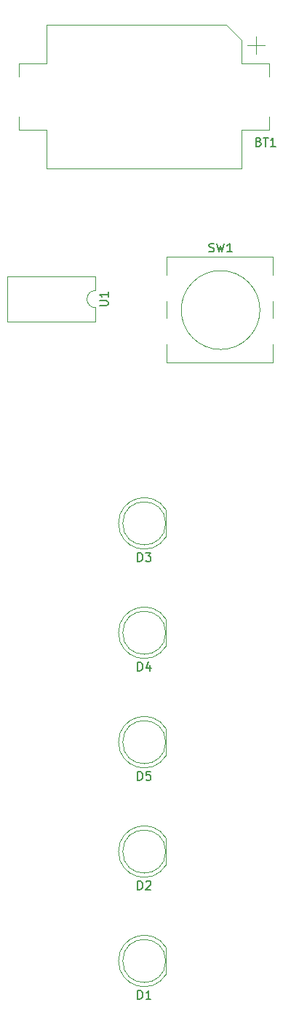
<source format=gto>
G04 #@! TF.GenerationSoftware,KiCad,Pcbnew,(5.0.2)-1*
G04 #@! TF.CreationDate,2019-02-20T10:06:25+00:00*
G04 #@! TF.ProjectId,PersistenceOfVision,50657273-6973-4746-956e-63654f665669,1*
G04 #@! TF.SameCoordinates,Original*
G04 #@! TF.FileFunction,Legend,Top*
G04 #@! TF.FilePolarity,Positive*
%FSLAX46Y46*%
G04 Gerber Fmt 4.6, Leading zero omitted, Abs format (unit mm)*
G04 Created by KiCad (PCBNEW (5.0.2)-1) date 20/02/2019 10:06:25*
%MOMM*%
%LPD*%
G01*
G04 APERTURE LIST*
%ADD10C,0.120000*%
%ADD11C,0.150000*%
G04 APERTURE END LIST*
D10*
G04 #@! TO.C,SW1*
X136625000Y-80305000D02*
X136625000Y-78365000D01*
X136625000Y-85485000D02*
X136625000Y-83365000D01*
X148925000Y-85485000D02*
X136625000Y-85485000D01*
X148925000Y-83365000D02*
X148925000Y-85485000D01*
X148925000Y-78365000D02*
X148925000Y-80305000D01*
X148925000Y-73185000D02*
X148925000Y-75305000D01*
X136625000Y-73185000D02*
X148925000Y-73185000D01*
X136625000Y-75305000D02*
X136625000Y-73185000D01*
X147454050Y-79375000D02*
G75*
G03X147454050Y-79375000I-4579050J0D01*
G01*
G04 #@! TO.C,BT1*
X122635000Y-50760000D02*
X119435000Y-50760000D01*
X119435000Y-50760000D02*
X119435000Y-52310000D01*
X122635000Y-46260000D02*
X122635000Y-50760000D01*
X122635000Y-46260000D02*
X143535000Y-46260000D01*
X145335000Y-48060000D02*
X145335000Y-50760000D01*
X143535000Y-46260000D02*
X145335000Y-48060000D01*
X145335000Y-50760000D02*
X148535000Y-50760000D01*
X148535000Y-50760000D02*
X148535000Y-52310000D01*
X145335000Y-58460000D02*
X148535000Y-58460000D01*
X148535000Y-58460000D02*
X148535000Y-56910000D01*
X122635000Y-58460000D02*
X119435000Y-58460000D01*
X119435000Y-58460000D02*
X119435000Y-56910000D01*
X145335000Y-62960000D02*
X122635000Y-62960000D01*
X145335000Y-62960000D02*
X145335000Y-58460000D01*
X122635000Y-62960000D02*
X122635000Y-58460000D01*
X146985000Y-49610000D02*
X146985000Y-47610000D01*
X145985000Y-48610000D02*
X147985000Y-48610000D01*
G04 #@! TO.C,D5*
X130995000Y-129539538D02*
G75*
G03X136545000Y-131084830I2990000J-462D01*
G01*
X130995000Y-129540462D02*
G75*
G02X136545000Y-127995170I2990000J462D01*
G01*
X136485000Y-129540000D02*
G75*
G03X136485000Y-129540000I-2500000J0D01*
G01*
X136545000Y-131085000D02*
X136545000Y-127995000D01*
G04 #@! TO.C,D4*
X136545000Y-118385000D02*
X136545000Y-115295000D01*
X136485000Y-116840000D02*
G75*
G03X136485000Y-116840000I-2500000J0D01*
G01*
X130995000Y-116840462D02*
G75*
G02X136545000Y-115295170I2990000J462D01*
G01*
X130995000Y-116839538D02*
G75*
G03X136545000Y-118384830I2990000J-462D01*
G01*
G04 #@! TO.C,D3*
X130995000Y-104139538D02*
G75*
G03X136545000Y-105684830I2990000J-462D01*
G01*
X130995000Y-104140462D02*
G75*
G02X136545000Y-102595170I2990000J462D01*
G01*
X136485000Y-104140000D02*
G75*
G03X136485000Y-104140000I-2500000J0D01*
G01*
X136545000Y-105685000D02*
X136545000Y-102595000D01*
G04 #@! TO.C,D2*
X136545000Y-143785000D02*
X136545000Y-140695000D01*
X136485000Y-142240000D02*
G75*
G03X136485000Y-142240000I-2500000J0D01*
G01*
X130995000Y-142240462D02*
G75*
G02X136545000Y-140695170I2990000J462D01*
G01*
X130995000Y-142239538D02*
G75*
G03X136545000Y-143784830I2990000J-462D01*
G01*
G04 #@! TO.C,D1*
X130995000Y-154939538D02*
G75*
G03X136545000Y-156484830I2990000J-462D01*
G01*
X130995000Y-154940462D02*
G75*
G02X136545000Y-153395170I2990000J462D01*
G01*
X136485000Y-154940000D02*
G75*
G03X136485000Y-154940000I-2500000J0D01*
G01*
X136545000Y-156485000D02*
X136545000Y-153395000D01*
G04 #@! TO.C,U1*
X128330000Y-79105000D02*
G75*
G02X128330000Y-77105000I0J1000000D01*
G01*
X128330000Y-77105000D02*
X128330000Y-75455000D01*
X128330000Y-75455000D02*
X118050000Y-75455000D01*
X118050000Y-75455000D02*
X118050000Y-80755000D01*
X118050000Y-80755000D02*
X128330000Y-80755000D01*
X128330000Y-80755000D02*
X128330000Y-79105000D01*
G04 #@! TO.C,SW1*
D11*
X141541666Y-72579761D02*
X141684523Y-72627380D01*
X141922619Y-72627380D01*
X142017857Y-72579761D01*
X142065476Y-72532142D01*
X142113095Y-72436904D01*
X142113095Y-72341666D01*
X142065476Y-72246428D01*
X142017857Y-72198809D01*
X141922619Y-72151190D01*
X141732142Y-72103571D01*
X141636904Y-72055952D01*
X141589285Y-72008333D01*
X141541666Y-71913095D01*
X141541666Y-71817857D01*
X141589285Y-71722619D01*
X141636904Y-71675000D01*
X141732142Y-71627380D01*
X141970238Y-71627380D01*
X142113095Y-71675000D01*
X142446428Y-71627380D02*
X142684523Y-72627380D01*
X142875000Y-71913095D01*
X143065476Y-72627380D01*
X143303571Y-71627380D01*
X144208333Y-72627380D02*
X143636904Y-72627380D01*
X143922619Y-72627380D02*
X143922619Y-71627380D01*
X143827380Y-71770238D01*
X143732142Y-71865476D01*
X143636904Y-71913095D01*
G04 #@! TO.C,BT1*
X147324285Y-59838571D02*
X147467142Y-59886190D01*
X147514761Y-59933809D01*
X147562380Y-60029047D01*
X147562380Y-60171904D01*
X147514761Y-60267142D01*
X147467142Y-60314761D01*
X147371904Y-60362380D01*
X146990952Y-60362380D01*
X146990952Y-59362380D01*
X147324285Y-59362380D01*
X147419523Y-59410000D01*
X147467142Y-59457619D01*
X147514761Y-59552857D01*
X147514761Y-59648095D01*
X147467142Y-59743333D01*
X147419523Y-59790952D01*
X147324285Y-59838571D01*
X146990952Y-59838571D01*
X147848095Y-59362380D02*
X148419523Y-59362380D01*
X148133809Y-60362380D02*
X148133809Y-59362380D01*
X149276666Y-60362380D02*
X148705238Y-60362380D01*
X148990952Y-60362380D02*
X148990952Y-59362380D01*
X148895714Y-59505238D01*
X148800476Y-59600476D01*
X148705238Y-59648095D01*
G04 #@! TO.C,D5*
X133246904Y-133952380D02*
X133246904Y-132952380D01*
X133485000Y-132952380D01*
X133627857Y-133000000D01*
X133723095Y-133095238D01*
X133770714Y-133190476D01*
X133818333Y-133380952D01*
X133818333Y-133523809D01*
X133770714Y-133714285D01*
X133723095Y-133809523D01*
X133627857Y-133904761D01*
X133485000Y-133952380D01*
X133246904Y-133952380D01*
X134723095Y-132952380D02*
X134246904Y-132952380D01*
X134199285Y-133428571D01*
X134246904Y-133380952D01*
X134342142Y-133333333D01*
X134580238Y-133333333D01*
X134675476Y-133380952D01*
X134723095Y-133428571D01*
X134770714Y-133523809D01*
X134770714Y-133761904D01*
X134723095Y-133857142D01*
X134675476Y-133904761D01*
X134580238Y-133952380D01*
X134342142Y-133952380D01*
X134246904Y-133904761D01*
X134199285Y-133857142D01*
G04 #@! TO.C,D4*
X133246904Y-121252380D02*
X133246904Y-120252380D01*
X133485000Y-120252380D01*
X133627857Y-120300000D01*
X133723095Y-120395238D01*
X133770714Y-120490476D01*
X133818333Y-120680952D01*
X133818333Y-120823809D01*
X133770714Y-121014285D01*
X133723095Y-121109523D01*
X133627857Y-121204761D01*
X133485000Y-121252380D01*
X133246904Y-121252380D01*
X134675476Y-120585714D02*
X134675476Y-121252380D01*
X134437380Y-120204761D02*
X134199285Y-120919047D01*
X134818333Y-120919047D01*
G04 #@! TO.C,D3*
X133246904Y-108552380D02*
X133246904Y-107552380D01*
X133485000Y-107552380D01*
X133627857Y-107600000D01*
X133723095Y-107695238D01*
X133770714Y-107790476D01*
X133818333Y-107980952D01*
X133818333Y-108123809D01*
X133770714Y-108314285D01*
X133723095Y-108409523D01*
X133627857Y-108504761D01*
X133485000Y-108552380D01*
X133246904Y-108552380D01*
X134151666Y-107552380D02*
X134770714Y-107552380D01*
X134437380Y-107933333D01*
X134580238Y-107933333D01*
X134675476Y-107980952D01*
X134723095Y-108028571D01*
X134770714Y-108123809D01*
X134770714Y-108361904D01*
X134723095Y-108457142D01*
X134675476Y-108504761D01*
X134580238Y-108552380D01*
X134294523Y-108552380D01*
X134199285Y-108504761D01*
X134151666Y-108457142D01*
G04 #@! TO.C,D2*
X133246904Y-146652380D02*
X133246904Y-145652380D01*
X133485000Y-145652380D01*
X133627857Y-145700000D01*
X133723095Y-145795238D01*
X133770714Y-145890476D01*
X133818333Y-146080952D01*
X133818333Y-146223809D01*
X133770714Y-146414285D01*
X133723095Y-146509523D01*
X133627857Y-146604761D01*
X133485000Y-146652380D01*
X133246904Y-146652380D01*
X134199285Y-145747619D02*
X134246904Y-145700000D01*
X134342142Y-145652380D01*
X134580238Y-145652380D01*
X134675476Y-145700000D01*
X134723095Y-145747619D01*
X134770714Y-145842857D01*
X134770714Y-145938095D01*
X134723095Y-146080952D01*
X134151666Y-146652380D01*
X134770714Y-146652380D01*
G04 #@! TO.C,D1*
X133246904Y-159352380D02*
X133246904Y-158352380D01*
X133485000Y-158352380D01*
X133627857Y-158400000D01*
X133723095Y-158495238D01*
X133770714Y-158590476D01*
X133818333Y-158780952D01*
X133818333Y-158923809D01*
X133770714Y-159114285D01*
X133723095Y-159209523D01*
X133627857Y-159304761D01*
X133485000Y-159352380D01*
X133246904Y-159352380D01*
X134770714Y-159352380D02*
X134199285Y-159352380D01*
X134485000Y-159352380D02*
X134485000Y-158352380D01*
X134389761Y-158495238D01*
X134294523Y-158590476D01*
X134199285Y-158638095D01*
G04 #@! TO.C,U1*
X128782380Y-78866904D02*
X129591904Y-78866904D01*
X129687142Y-78819285D01*
X129734761Y-78771666D01*
X129782380Y-78676428D01*
X129782380Y-78485952D01*
X129734761Y-78390714D01*
X129687142Y-78343095D01*
X129591904Y-78295476D01*
X128782380Y-78295476D01*
X129782380Y-77295476D02*
X129782380Y-77866904D01*
X129782380Y-77581190D02*
X128782380Y-77581190D01*
X128925238Y-77676428D01*
X129020476Y-77771666D01*
X129068095Y-77866904D01*
G04 #@! TD*
M02*

</source>
